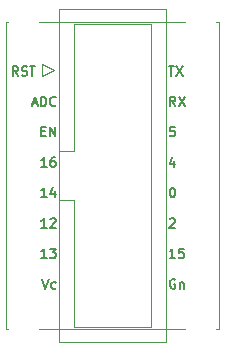
<source format=gbr>
G04 #@! TF.GenerationSoftware,KiCad,Pcbnew,6.0.10+dfsg-1~bpo11+1*
G04 #@! TF.ProjectId,top,746f702e-6b69-4636-9164-5f7063625858,rev?*
G04 #@! TF.SameCoordinates,Original*
G04 #@! TF.FileFunction,Legend,Top*
G04 #@! TF.FilePolarity,Positive*
%FSLAX46Y46*%
G04 Gerber Fmt 4.6, Leading zero omitted, Abs format (unit mm)*
%MOMM*%
%LPD*%
G01*
G04 APERTURE LIST*
%ADD10C,0.150000*%
G04 #@! TA.AperFunction,Profile*
%ADD11C,0.120000*%
G04 #@! TD*
%ADD12C,0.120000*%
%ADD13C,1.500000*%
%ADD14C,0.900000*%
%ADD15C,2.500000*%
%ADD16C,1.700000*%
G04 APERTURE END LIST*
D10*
X167512619Y-104545904D02*
X167245952Y-104164952D01*
X167055476Y-104545904D02*
X167055476Y-103745904D01*
X167360238Y-103745904D01*
X167436428Y-103784000D01*
X167474523Y-103822095D01*
X167512619Y-103898285D01*
X167512619Y-104012571D01*
X167474523Y-104088761D01*
X167436428Y-104126857D01*
X167360238Y-104164952D01*
X167055476Y-104164952D01*
X167817380Y-104507809D02*
X167931666Y-104545904D01*
X168122142Y-104545904D01*
X168198333Y-104507809D01*
X168236428Y-104469714D01*
X168274523Y-104393523D01*
X168274523Y-104317333D01*
X168236428Y-104241142D01*
X168198333Y-104203047D01*
X168122142Y-104164952D01*
X167969761Y-104126857D01*
X167893571Y-104088761D01*
X167855476Y-104050666D01*
X167817380Y-103974476D01*
X167817380Y-103898285D01*
X167855476Y-103822095D01*
X167893571Y-103784000D01*
X167969761Y-103745904D01*
X168160238Y-103745904D01*
X168274523Y-103784000D01*
X168503095Y-103745904D02*
X168960238Y-103745904D01*
X168731666Y-104545904D02*
X168731666Y-103745904D01*
X168731666Y-106893333D02*
X169112619Y-106893333D01*
X168655476Y-107121904D02*
X168922142Y-106321904D01*
X169188809Y-107121904D01*
X169455476Y-107121904D02*
X169455476Y-106321904D01*
X169645952Y-106321904D01*
X169760238Y-106360000D01*
X169836428Y-106436190D01*
X169874523Y-106512380D01*
X169912619Y-106664761D01*
X169912619Y-106779047D01*
X169874523Y-106931428D01*
X169836428Y-107007619D01*
X169760238Y-107083809D01*
X169645952Y-107121904D01*
X169455476Y-107121904D01*
X170712619Y-107045714D02*
X170674523Y-107083809D01*
X170560238Y-107121904D01*
X170484047Y-107121904D01*
X170369761Y-107083809D01*
X170293571Y-107007619D01*
X170255476Y-106931428D01*
X170217380Y-106779047D01*
X170217380Y-106664761D01*
X170255476Y-106512380D01*
X170293571Y-106436190D01*
X170369761Y-106360000D01*
X170484047Y-106321904D01*
X170560238Y-106321904D01*
X170674523Y-106360000D01*
X170712619Y-106398095D01*
X169493571Y-109278857D02*
X169760238Y-109278857D01*
X169874523Y-109697904D02*
X169493571Y-109697904D01*
X169493571Y-108897904D01*
X169874523Y-108897904D01*
X170217380Y-109697904D02*
X170217380Y-108897904D01*
X170674523Y-109697904D01*
X170674523Y-108897904D01*
X169950714Y-112273904D02*
X169493571Y-112273904D01*
X169722142Y-112273904D02*
X169722142Y-111473904D01*
X169645952Y-111588190D01*
X169569761Y-111664380D01*
X169493571Y-111702476D01*
X170636428Y-111473904D02*
X170484047Y-111473904D01*
X170407857Y-111512000D01*
X170369761Y-111550095D01*
X170293571Y-111664380D01*
X170255476Y-111816761D01*
X170255476Y-112121523D01*
X170293571Y-112197714D01*
X170331666Y-112235809D01*
X170407857Y-112273904D01*
X170560238Y-112273904D01*
X170636428Y-112235809D01*
X170674523Y-112197714D01*
X170712619Y-112121523D01*
X170712619Y-111931047D01*
X170674523Y-111854857D01*
X170636428Y-111816761D01*
X170560238Y-111778666D01*
X170407857Y-111778666D01*
X170331666Y-111816761D01*
X170293571Y-111854857D01*
X170255476Y-111931047D01*
X169950714Y-114849904D02*
X169493571Y-114849904D01*
X169722142Y-114849904D02*
X169722142Y-114049904D01*
X169645952Y-114164190D01*
X169569761Y-114240380D01*
X169493571Y-114278476D01*
X170636428Y-114316571D02*
X170636428Y-114849904D01*
X170445952Y-114011809D02*
X170255476Y-114583238D01*
X170750714Y-114583238D01*
X169950714Y-117425904D02*
X169493571Y-117425904D01*
X169722142Y-117425904D02*
X169722142Y-116625904D01*
X169645952Y-116740190D01*
X169569761Y-116816380D01*
X169493571Y-116854476D01*
X170255476Y-116702095D02*
X170293571Y-116664000D01*
X170369761Y-116625904D01*
X170560238Y-116625904D01*
X170636428Y-116664000D01*
X170674523Y-116702095D01*
X170712619Y-116778285D01*
X170712619Y-116854476D01*
X170674523Y-116968761D01*
X170217380Y-117425904D01*
X170712619Y-117425904D01*
X169950714Y-120001904D02*
X169493571Y-120001904D01*
X169722142Y-120001904D02*
X169722142Y-119201904D01*
X169645952Y-119316190D01*
X169569761Y-119392380D01*
X169493571Y-119430476D01*
X170217380Y-119201904D02*
X170712619Y-119201904D01*
X170445952Y-119506666D01*
X170560238Y-119506666D01*
X170636428Y-119544761D01*
X170674523Y-119582857D01*
X170712619Y-119659047D01*
X170712619Y-119849523D01*
X170674523Y-119925714D01*
X170636428Y-119963809D01*
X170560238Y-120001904D01*
X170331666Y-120001904D01*
X170255476Y-119963809D01*
X170217380Y-119925714D01*
X169569761Y-121777904D02*
X169836428Y-122577904D01*
X170103095Y-121777904D01*
X170712619Y-122539809D02*
X170636428Y-122577904D01*
X170484047Y-122577904D01*
X170407857Y-122539809D01*
X170369761Y-122501714D01*
X170331666Y-122425523D01*
X170331666Y-122196952D01*
X170369761Y-122120761D01*
X170407857Y-122082666D01*
X170484047Y-122044571D01*
X170636428Y-122044571D01*
X170712619Y-122082666D01*
X180273690Y-103745904D02*
X180730833Y-103745904D01*
X180502261Y-104545904D02*
X180502261Y-103745904D01*
X180921309Y-103745904D02*
X181454642Y-104545904D01*
X181454642Y-103745904D02*
X180921309Y-104545904D01*
X180845119Y-107121904D02*
X180578452Y-106740952D01*
X180387976Y-107121904D02*
X180387976Y-106321904D01*
X180692738Y-106321904D01*
X180768928Y-106360000D01*
X180807023Y-106398095D01*
X180845119Y-106474285D01*
X180845119Y-106588571D01*
X180807023Y-106664761D01*
X180768928Y-106702857D01*
X180692738Y-106740952D01*
X180387976Y-106740952D01*
X181111785Y-106321904D02*
X181645119Y-107121904D01*
X181645119Y-106321904D02*
X181111785Y-107121904D01*
X180768928Y-108897904D02*
X180387976Y-108897904D01*
X180349880Y-109278857D01*
X180387976Y-109240761D01*
X180464166Y-109202666D01*
X180654642Y-109202666D01*
X180730833Y-109240761D01*
X180768928Y-109278857D01*
X180807023Y-109355047D01*
X180807023Y-109545523D01*
X180768928Y-109621714D01*
X180730833Y-109659809D01*
X180654642Y-109697904D01*
X180464166Y-109697904D01*
X180387976Y-109659809D01*
X180349880Y-109621714D01*
X180730833Y-111740571D02*
X180730833Y-112273904D01*
X180540357Y-111435809D02*
X180349880Y-112007238D01*
X180845119Y-112007238D01*
X180540357Y-114049904D02*
X180616547Y-114049904D01*
X180692738Y-114088000D01*
X180730833Y-114126095D01*
X180768928Y-114202285D01*
X180807023Y-114354666D01*
X180807023Y-114545142D01*
X180768928Y-114697523D01*
X180730833Y-114773714D01*
X180692738Y-114811809D01*
X180616547Y-114849904D01*
X180540357Y-114849904D01*
X180464166Y-114811809D01*
X180426071Y-114773714D01*
X180387976Y-114697523D01*
X180349880Y-114545142D01*
X180349880Y-114354666D01*
X180387976Y-114202285D01*
X180426071Y-114126095D01*
X180464166Y-114088000D01*
X180540357Y-114049904D01*
X180349880Y-116702095D02*
X180387976Y-116664000D01*
X180464166Y-116625904D01*
X180654642Y-116625904D01*
X180730833Y-116664000D01*
X180768928Y-116702095D01*
X180807023Y-116778285D01*
X180807023Y-116854476D01*
X180768928Y-116968761D01*
X180311785Y-117425904D01*
X180807023Y-117425904D01*
X180807023Y-120001904D02*
X180349880Y-120001904D01*
X180578452Y-120001904D02*
X180578452Y-119201904D01*
X180502261Y-119316190D01*
X180426071Y-119392380D01*
X180349880Y-119430476D01*
X181530833Y-119201904D02*
X181149880Y-119201904D01*
X181111785Y-119582857D01*
X181149880Y-119544761D01*
X181226071Y-119506666D01*
X181416547Y-119506666D01*
X181492738Y-119544761D01*
X181530833Y-119582857D01*
X181568928Y-119659047D01*
X181568928Y-119849523D01*
X181530833Y-119925714D01*
X181492738Y-119963809D01*
X181416547Y-120001904D01*
X181226071Y-120001904D01*
X181149880Y-119963809D01*
X181111785Y-119925714D01*
X180807023Y-121816000D02*
X180730833Y-121777904D01*
X180616547Y-121777904D01*
X180502261Y-121816000D01*
X180426071Y-121892190D01*
X180387976Y-121968380D01*
X180349880Y-122120761D01*
X180349880Y-122235047D01*
X180387976Y-122387428D01*
X180426071Y-122463619D01*
X180502261Y-122539809D01*
X180616547Y-122577904D01*
X180692738Y-122577904D01*
X180807023Y-122539809D01*
X180845119Y-122501714D01*
X180845119Y-122235047D01*
X180692738Y-122235047D01*
X181187976Y-122044571D02*
X181187976Y-122577904D01*
X181187976Y-122120761D02*
X181226071Y-122082666D01*
X181302261Y-122044571D01*
X181416547Y-122044571D01*
X181492738Y-122082666D01*
X181530833Y-122158857D01*
X181530833Y-122577904D01*
D11*
X166500000Y-100000000D02*
X184500000Y-100000000D01*
X184500000Y-100000000D02*
X184500000Y-126000000D01*
X184500000Y-126000000D02*
X166500000Y-126000000D01*
X166500000Y-126000000D02*
X166500000Y-100000000D01*
D12*
X172272500Y-125800000D02*
X172272500Y-115050000D01*
X178772500Y-125800000D02*
X172272500Y-125800000D01*
X180082500Y-127100000D02*
X170962500Y-127100000D01*
X170962500Y-127100000D02*
X170962500Y-98900000D01*
X172272500Y-110950000D02*
X172272500Y-100200000D01*
X178772500Y-100200000D02*
X178772500Y-125800000D01*
X169572500Y-104610000D02*
X170572500Y-104110000D01*
X172272500Y-115050000D02*
X170962500Y-115050000D01*
X170962500Y-110950000D02*
X172272500Y-110950000D01*
X172272500Y-115050000D02*
X172272500Y-115050000D01*
X170962500Y-98900000D02*
X180082500Y-98900000D01*
X170572500Y-104110000D02*
X169572500Y-103610000D01*
X180082500Y-98900000D02*
X180082500Y-127100000D01*
X172272500Y-100200000D02*
X178772500Y-100200000D01*
X169572500Y-103610000D02*
X169572500Y-104610000D01*
%LPC*%
D13*
X168500000Y-109600000D03*
X168500000Y-111600000D03*
X168500000Y-113600000D03*
X168500000Y-115600000D03*
X168500000Y-117600000D03*
X168500000Y-119600000D03*
X168500000Y-121600000D03*
X168500000Y-123600000D03*
X182500000Y-123600000D03*
X182500000Y-121600000D03*
X182500000Y-119600000D03*
X182500000Y-117600000D03*
X182500000Y-115600000D03*
X182500000Y-113600000D03*
X182500000Y-111600000D03*
X182500000Y-109600000D03*
D14*
X171500000Y-125000000D03*
X168500000Y-106000000D03*
X182500000Y-103000000D03*
D15*
X168000000Y-100000000D03*
X183000000Y-100000000D03*
X183000000Y-126000000D03*
X168000000Y-126000000D03*
G36*
G01*
X173402500Y-104710000D02*
X173402500Y-103510000D01*
G75*
G02*
X173652500Y-103260000I250000J0D01*
G01*
X174852500Y-103260000D01*
G75*
G02*
X175102500Y-103510000I0J-250000D01*
G01*
X175102500Y-104710000D01*
G75*
G02*
X174852500Y-104960000I-250000J0D01*
G01*
X173652500Y-104960000D01*
G75*
G02*
X173402500Y-104710000I0J250000D01*
G01*
G37*
D16*
X176792500Y-104110000D03*
X174252500Y-106650000D03*
X176792500Y-106650000D03*
X174252500Y-109190000D03*
X176792500Y-109190000D03*
X174252500Y-111730000D03*
X176792500Y-111730000D03*
X174252500Y-114270000D03*
X176792500Y-114270000D03*
X174252500Y-116810000D03*
X176792500Y-116810000D03*
X174252500Y-119350000D03*
X176792500Y-119350000D03*
X174252500Y-121890000D03*
X176792500Y-121890000D03*
M02*

</source>
